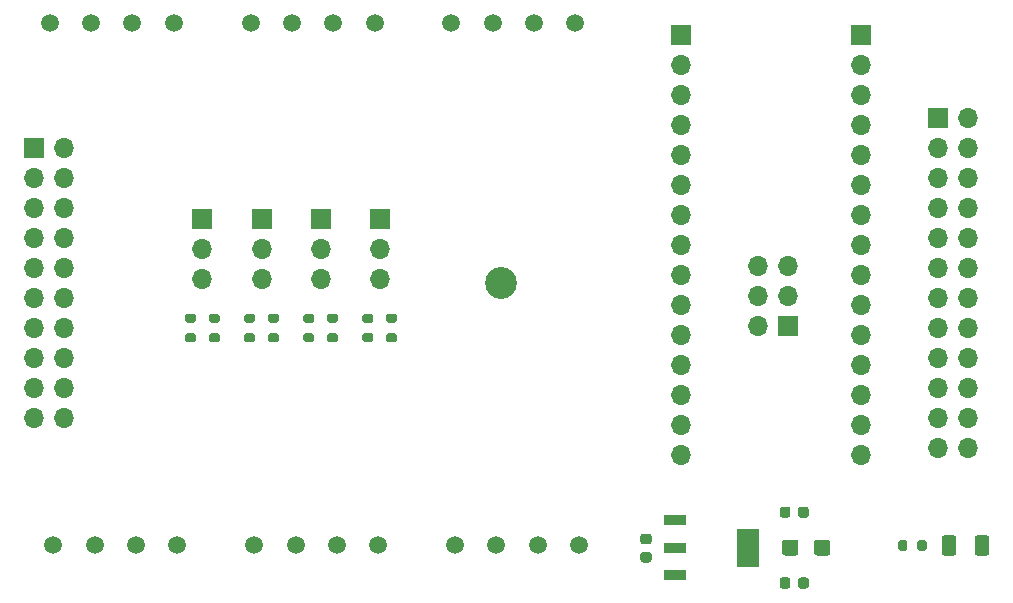
<source format=gbr>
%TF.GenerationSoftware,KiCad,Pcbnew,(5.1.10)-1*%
%TF.CreationDate,2022-02-02T21:42:12-05:00*%
%TF.ProjectId,RevA,52657641-2e6b-4696-9361-645f70636258,rev?*%
%TF.SameCoordinates,Original*%
%TF.FileFunction,Soldermask,Top*%
%TF.FilePolarity,Negative*%
%FSLAX46Y46*%
G04 Gerber Fmt 4.6, Leading zero omitted, Abs format (unit mm)*
G04 Created by KiCad (PCBNEW (5.1.10)-1) date 2022-02-02 21:42:12*
%MOMM*%
%LPD*%
G01*
G04 APERTURE LIST*
%ADD10R,1.700000X1.700000*%
%ADD11O,1.700000X1.700000*%
%ADD12C,2.700000*%
%ADD13R,1.840000X0.930000*%
%ADD14R,1.840000X3.190000*%
%ADD15C,1.498600*%
G04 APERTURE END LIST*
%TO.C,C1*%
G36*
G01*
X215048000Y-121655000D02*
X214548000Y-121655000D01*
G75*
G02*
X214323000Y-121430000I0J225000D01*
G01*
X214323000Y-120980000D01*
G75*
G02*
X214548000Y-120755000I225000J0D01*
G01*
X215048000Y-120755000D01*
G75*
G02*
X215273000Y-120980000I0J-225000D01*
G01*
X215273000Y-121430000D01*
G75*
G02*
X215048000Y-121655000I-225000J0D01*
G01*
G37*
G36*
G01*
X215048000Y-120105000D02*
X214548000Y-120105000D01*
G75*
G02*
X214323000Y-119880000I0J225000D01*
G01*
X214323000Y-119430000D01*
G75*
G02*
X214548000Y-119205000I225000J0D01*
G01*
X215048000Y-119205000D01*
G75*
G02*
X215273000Y-119430000I0J-225000D01*
G01*
X215273000Y-119880000D01*
G75*
G02*
X215048000Y-120105000I-225000J0D01*
G01*
G37*
%TD*%
%TO.C,C2*%
G36*
G01*
X227683000Y-123630000D02*
X227683000Y-123130000D01*
G75*
G02*
X227908000Y-122905000I225000J0D01*
G01*
X228358000Y-122905000D01*
G75*
G02*
X228583000Y-123130000I0J-225000D01*
G01*
X228583000Y-123630000D01*
G75*
G02*
X228358000Y-123855000I-225000J0D01*
G01*
X227908000Y-123855000D01*
G75*
G02*
X227683000Y-123630000I0J225000D01*
G01*
G37*
G36*
G01*
X226133000Y-123630000D02*
X226133000Y-123130000D01*
G75*
G02*
X226358000Y-122905000I225000J0D01*
G01*
X226808000Y-122905000D01*
G75*
G02*
X227033000Y-123130000I0J-225000D01*
G01*
X227033000Y-123630000D01*
G75*
G02*
X226808000Y-123855000I-225000J0D01*
G01*
X226358000Y-123855000D01*
G75*
G02*
X226133000Y-123630000I0J225000D01*
G01*
G37*
%TD*%
%TO.C,C3*%
G36*
G01*
X226133000Y-117630000D02*
X226133000Y-117130000D01*
G75*
G02*
X226358000Y-116905000I225000J0D01*
G01*
X226808000Y-116905000D01*
G75*
G02*
X227033000Y-117130000I0J-225000D01*
G01*
X227033000Y-117630000D01*
G75*
G02*
X226808000Y-117855000I-225000J0D01*
G01*
X226358000Y-117855000D01*
G75*
G02*
X226133000Y-117630000I0J225000D01*
G01*
G37*
G36*
G01*
X227683000Y-117630000D02*
X227683000Y-117130000D01*
G75*
G02*
X227908000Y-116905000I225000J0D01*
G01*
X228358000Y-116905000D01*
G75*
G02*
X228583000Y-117130000I0J-225000D01*
G01*
X228583000Y-117630000D01*
G75*
G02*
X228358000Y-117855000I-225000J0D01*
G01*
X227908000Y-117855000D01*
G75*
G02*
X227683000Y-117630000I0J225000D01*
G01*
G37*
%TD*%
%TO.C,C4*%
G36*
G01*
X229008000Y-120805001D02*
X229008000Y-119954999D01*
G75*
G02*
X229257999Y-119705000I249999J0D01*
G01*
X230158001Y-119705000D01*
G75*
G02*
X230408000Y-119954999I0J-249999D01*
G01*
X230408000Y-120805001D01*
G75*
G02*
X230158001Y-121055000I-249999J0D01*
G01*
X229257999Y-121055000D01*
G75*
G02*
X229008000Y-120805001I0J249999D01*
G01*
G37*
G36*
G01*
X226308000Y-120805001D02*
X226308000Y-119954999D01*
G75*
G02*
X226557999Y-119705000I249999J0D01*
G01*
X227458001Y-119705000D01*
G75*
G02*
X227708000Y-119954999I0J-249999D01*
G01*
X227708000Y-120805001D01*
G75*
G02*
X227458001Y-121055000I-249999J0D01*
G01*
X226557999Y-121055000D01*
G75*
G02*
X226308000Y-120805001I0J249999D01*
G01*
G37*
%TD*%
%TO.C,D1*%
G36*
G01*
X239833000Y-120823000D02*
X239833000Y-119573000D01*
G75*
G02*
X240083000Y-119323000I250000J0D01*
G01*
X240833000Y-119323000D01*
G75*
G02*
X241083000Y-119573000I0J-250000D01*
G01*
X241083000Y-120823000D01*
G75*
G02*
X240833000Y-121073000I-250000J0D01*
G01*
X240083000Y-121073000D01*
G75*
G02*
X239833000Y-120823000I0J250000D01*
G01*
G37*
G36*
G01*
X242633000Y-120823000D02*
X242633000Y-119573000D01*
G75*
G02*
X242883000Y-119323000I250000J0D01*
G01*
X243633000Y-119323000D01*
G75*
G02*
X243883000Y-119573000I0J-250000D01*
G01*
X243883000Y-120823000D01*
G75*
G02*
X243633000Y-121073000I-250000J0D01*
G01*
X242883000Y-121073000D01*
G75*
G02*
X242633000Y-120823000I0J250000D01*
G01*
G37*
%TD*%
D10*
%TO.C,J1*%
X163000000Y-86570000D03*
D11*
X165540000Y-86570000D03*
X163000000Y-89110000D03*
X165540000Y-89110000D03*
X163000000Y-91650000D03*
X165540000Y-91650000D03*
X163000000Y-94190000D03*
X165540000Y-94190000D03*
X163000000Y-96730000D03*
X165540000Y-96730000D03*
X163000000Y-99270000D03*
X165540000Y-99270000D03*
X163000000Y-101810000D03*
X165540000Y-101810000D03*
X163000000Y-104350000D03*
X165540000Y-104350000D03*
X163000000Y-106890000D03*
X165540000Y-106890000D03*
X163000000Y-109430000D03*
X165540000Y-109430000D03*
%TD*%
D10*
%TO.C,J2*%
X239500000Y-84030000D03*
D11*
X242040000Y-84030000D03*
X239500000Y-86570000D03*
X242040000Y-86570000D03*
X239500000Y-89110000D03*
X242040000Y-89110000D03*
X239500000Y-91650000D03*
X242040000Y-91650000D03*
X239500000Y-94190000D03*
X242040000Y-94190000D03*
X239500000Y-96730000D03*
X242040000Y-96730000D03*
X239500000Y-99270000D03*
X242040000Y-99270000D03*
X239500000Y-101810000D03*
X242040000Y-101810000D03*
X239500000Y-104350000D03*
X242040000Y-104350000D03*
X239500000Y-106890000D03*
X242040000Y-106890000D03*
X239500000Y-109430000D03*
X242040000Y-109430000D03*
X239500000Y-111970000D03*
X242040000Y-111970000D03*
%TD*%
%TO.C,J4*%
X177250000Y-97620000D03*
X177250000Y-95080000D03*
D10*
X177250000Y-92540000D03*
%TD*%
D11*
%TO.C,J6*%
X182250000Y-97620000D03*
X182250000Y-95080000D03*
D10*
X182250000Y-92540000D03*
%TD*%
D11*
%TO.C,J8*%
X187250000Y-97620000D03*
X187250000Y-95080000D03*
D10*
X187250000Y-92540000D03*
%TD*%
D11*
%TO.C,J10*%
X192250000Y-97620000D03*
X192250000Y-95080000D03*
D10*
X192250000Y-92540000D03*
%TD*%
%TO.C,J11*%
X217760000Y-77000000D03*
D11*
X217760000Y-79540000D03*
X217760000Y-82080000D03*
X217760000Y-84620000D03*
X217760000Y-87160000D03*
X217760000Y-89700000D03*
X217760000Y-92240000D03*
X217760000Y-94780000D03*
X217760000Y-97320000D03*
X217760000Y-99860000D03*
X217760000Y-102400000D03*
X217760000Y-104940000D03*
X217760000Y-107480000D03*
X217760000Y-110020000D03*
X217760000Y-112560000D03*
%TD*%
%TO.C,J12*%
X233000000Y-112560000D03*
X233000000Y-110020000D03*
X233000000Y-107480000D03*
X233000000Y-104940000D03*
X233000000Y-102400000D03*
X233000000Y-99860000D03*
X233000000Y-97320000D03*
X233000000Y-94780000D03*
X233000000Y-92240000D03*
X233000000Y-89700000D03*
X233000000Y-87160000D03*
X233000000Y-84620000D03*
X233000000Y-82080000D03*
X233000000Y-79540000D03*
D10*
X233000000Y-77000000D03*
%TD*%
%TO.C,J13*%
X226822000Y-101600000D03*
D11*
X224282000Y-101600000D03*
X226822000Y-99060000D03*
X224282000Y-99060000D03*
X226822000Y-96520000D03*
X224282000Y-96520000D03*
%TD*%
D12*
%TO.C,M2.5*%
X202500000Y-98000000D03*
%TD*%
%TO.C,R1*%
G36*
G01*
X175975000Y-102215000D02*
X176525000Y-102215000D01*
G75*
G02*
X176725000Y-102415000I0J-200000D01*
G01*
X176725000Y-102815000D01*
G75*
G02*
X176525000Y-103015000I-200000J0D01*
G01*
X175975000Y-103015000D01*
G75*
G02*
X175775000Y-102815000I0J200000D01*
G01*
X175775000Y-102415000D01*
G75*
G02*
X175975000Y-102215000I200000J0D01*
G01*
G37*
G36*
G01*
X175975000Y-100565000D02*
X176525000Y-100565000D01*
G75*
G02*
X176725000Y-100765000I0J-200000D01*
G01*
X176725000Y-101165000D01*
G75*
G02*
X176525000Y-101365000I-200000J0D01*
G01*
X175975000Y-101365000D01*
G75*
G02*
X175775000Y-101165000I0J200000D01*
G01*
X175775000Y-100765000D01*
G75*
G02*
X175975000Y-100565000I200000J0D01*
G01*
G37*
%TD*%
%TO.C,R2*%
G36*
G01*
X177975000Y-102215000D02*
X178525000Y-102215000D01*
G75*
G02*
X178725000Y-102415000I0J-200000D01*
G01*
X178725000Y-102815000D01*
G75*
G02*
X178525000Y-103015000I-200000J0D01*
G01*
X177975000Y-103015000D01*
G75*
G02*
X177775000Y-102815000I0J200000D01*
G01*
X177775000Y-102415000D01*
G75*
G02*
X177975000Y-102215000I200000J0D01*
G01*
G37*
G36*
G01*
X177975000Y-100565000D02*
X178525000Y-100565000D01*
G75*
G02*
X178725000Y-100765000I0J-200000D01*
G01*
X178725000Y-101165000D01*
G75*
G02*
X178525000Y-101365000I-200000J0D01*
G01*
X177975000Y-101365000D01*
G75*
G02*
X177775000Y-101165000I0J200000D01*
G01*
X177775000Y-100765000D01*
G75*
G02*
X177975000Y-100565000I200000J0D01*
G01*
G37*
%TD*%
%TO.C,R3*%
G36*
G01*
X180975000Y-100565000D02*
X181525000Y-100565000D01*
G75*
G02*
X181725000Y-100765000I0J-200000D01*
G01*
X181725000Y-101165000D01*
G75*
G02*
X181525000Y-101365000I-200000J0D01*
G01*
X180975000Y-101365000D01*
G75*
G02*
X180775000Y-101165000I0J200000D01*
G01*
X180775000Y-100765000D01*
G75*
G02*
X180975000Y-100565000I200000J0D01*
G01*
G37*
G36*
G01*
X180975000Y-102215000D02*
X181525000Y-102215000D01*
G75*
G02*
X181725000Y-102415000I0J-200000D01*
G01*
X181725000Y-102815000D01*
G75*
G02*
X181525000Y-103015000I-200000J0D01*
G01*
X180975000Y-103015000D01*
G75*
G02*
X180775000Y-102815000I0J200000D01*
G01*
X180775000Y-102415000D01*
G75*
G02*
X180975000Y-102215000I200000J0D01*
G01*
G37*
%TD*%
%TO.C,R4*%
G36*
G01*
X182975000Y-102215000D02*
X183525000Y-102215000D01*
G75*
G02*
X183725000Y-102415000I0J-200000D01*
G01*
X183725000Y-102815000D01*
G75*
G02*
X183525000Y-103015000I-200000J0D01*
G01*
X182975000Y-103015000D01*
G75*
G02*
X182775000Y-102815000I0J200000D01*
G01*
X182775000Y-102415000D01*
G75*
G02*
X182975000Y-102215000I200000J0D01*
G01*
G37*
G36*
G01*
X182975000Y-100565000D02*
X183525000Y-100565000D01*
G75*
G02*
X183725000Y-100765000I0J-200000D01*
G01*
X183725000Y-101165000D01*
G75*
G02*
X183525000Y-101365000I-200000J0D01*
G01*
X182975000Y-101365000D01*
G75*
G02*
X182775000Y-101165000I0J200000D01*
G01*
X182775000Y-100765000D01*
G75*
G02*
X182975000Y-100565000I200000J0D01*
G01*
G37*
%TD*%
%TO.C,R5*%
G36*
G01*
X185975000Y-100565000D02*
X186525000Y-100565000D01*
G75*
G02*
X186725000Y-100765000I0J-200000D01*
G01*
X186725000Y-101165000D01*
G75*
G02*
X186525000Y-101365000I-200000J0D01*
G01*
X185975000Y-101365000D01*
G75*
G02*
X185775000Y-101165000I0J200000D01*
G01*
X185775000Y-100765000D01*
G75*
G02*
X185975000Y-100565000I200000J0D01*
G01*
G37*
G36*
G01*
X185975000Y-102215000D02*
X186525000Y-102215000D01*
G75*
G02*
X186725000Y-102415000I0J-200000D01*
G01*
X186725000Y-102815000D01*
G75*
G02*
X186525000Y-103015000I-200000J0D01*
G01*
X185975000Y-103015000D01*
G75*
G02*
X185775000Y-102815000I0J200000D01*
G01*
X185775000Y-102415000D01*
G75*
G02*
X185975000Y-102215000I200000J0D01*
G01*
G37*
%TD*%
%TO.C,R6*%
G36*
G01*
X187975000Y-102215000D02*
X188525000Y-102215000D01*
G75*
G02*
X188725000Y-102415000I0J-200000D01*
G01*
X188725000Y-102815000D01*
G75*
G02*
X188525000Y-103015000I-200000J0D01*
G01*
X187975000Y-103015000D01*
G75*
G02*
X187775000Y-102815000I0J200000D01*
G01*
X187775000Y-102415000D01*
G75*
G02*
X187975000Y-102215000I200000J0D01*
G01*
G37*
G36*
G01*
X187975000Y-100565000D02*
X188525000Y-100565000D01*
G75*
G02*
X188725000Y-100765000I0J-200000D01*
G01*
X188725000Y-101165000D01*
G75*
G02*
X188525000Y-101365000I-200000J0D01*
G01*
X187975000Y-101365000D01*
G75*
G02*
X187775000Y-101165000I0J200000D01*
G01*
X187775000Y-100765000D01*
G75*
G02*
X187975000Y-100565000I200000J0D01*
G01*
G37*
%TD*%
%TO.C,R7*%
G36*
G01*
X190975000Y-100565000D02*
X191525000Y-100565000D01*
G75*
G02*
X191725000Y-100765000I0J-200000D01*
G01*
X191725000Y-101165000D01*
G75*
G02*
X191525000Y-101365000I-200000J0D01*
G01*
X190975000Y-101365000D01*
G75*
G02*
X190775000Y-101165000I0J200000D01*
G01*
X190775000Y-100765000D01*
G75*
G02*
X190975000Y-100565000I200000J0D01*
G01*
G37*
G36*
G01*
X190975000Y-102215000D02*
X191525000Y-102215000D01*
G75*
G02*
X191725000Y-102415000I0J-200000D01*
G01*
X191725000Y-102815000D01*
G75*
G02*
X191525000Y-103015000I-200000J0D01*
G01*
X190975000Y-103015000D01*
G75*
G02*
X190775000Y-102815000I0J200000D01*
G01*
X190775000Y-102415000D01*
G75*
G02*
X190975000Y-102215000I200000J0D01*
G01*
G37*
%TD*%
%TO.C,R8*%
G36*
G01*
X192975000Y-102215000D02*
X193525000Y-102215000D01*
G75*
G02*
X193725000Y-102415000I0J-200000D01*
G01*
X193725000Y-102815000D01*
G75*
G02*
X193525000Y-103015000I-200000J0D01*
G01*
X192975000Y-103015000D01*
G75*
G02*
X192775000Y-102815000I0J200000D01*
G01*
X192775000Y-102415000D01*
G75*
G02*
X192975000Y-102215000I200000J0D01*
G01*
G37*
G36*
G01*
X192975000Y-100565000D02*
X193525000Y-100565000D01*
G75*
G02*
X193725000Y-100765000I0J-200000D01*
G01*
X193725000Y-101165000D01*
G75*
G02*
X193525000Y-101365000I-200000J0D01*
G01*
X192975000Y-101365000D01*
G75*
G02*
X192775000Y-101165000I0J200000D01*
G01*
X192775000Y-100765000D01*
G75*
G02*
X192975000Y-100565000I200000J0D01*
G01*
G37*
%TD*%
%TO.C,R9*%
G36*
G01*
X236133000Y-120473000D02*
X236133000Y-119923000D01*
G75*
G02*
X236333000Y-119723000I200000J0D01*
G01*
X236733000Y-119723000D01*
G75*
G02*
X236933000Y-119923000I0J-200000D01*
G01*
X236933000Y-120473000D01*
G75*
G02*
X236733000Y-120673000I-200000J0D01*
G01*
X236333000Y-120673000D01*
G75*
G02*
X236133000Y-120473000I0J200000D01*
G01*
G37*
G36*
G01*
X237783000Y-120473000D02*
X237783000Y-119923000D01*
G75*
G02*
X237983000Y-119723000I200000J0D01*
G01*
X238383000Y-119723000D01*
G75*
G02*
X238583000Y-119923000I0J-200000D01*
G01*
X238583000Y-120473000D01*
G75*
G02*
X238383000Y-120673000I-200000J0D01*
G01*
X237983000Y-120673000D01*
G75*
G02*
X237783000Y-120473000I0J200000D01*
G01*
G37*
%TD*%
D13*
%TO.C,VR1*%
X217273000Y-118080000D03*
X217273000Y-120380000D03*
X217273000Y-122680000D03*
D14*
X223443000Y-120380000D03*
%TD*%
D15*
%TO.C,J3*%
X181323998Y-75946000D03*
X184823999Y-75946000D03*
X188323999Y-75946000D03*
X191824000Y-75946000D03*
%TD*%
%TO.C,J5*%
X174824000Y-75946000D03*
X171323999Y-75946000D03*
X167823999Y-75946000D03*
X164323998Y-75946000D03*
%TD*%
%TO.C,J7*%
X198323998Y-75946000D03*
X201823999Y-75946000D03*
X205323999Y-75946000D03*
X208824000Y-75946000D03*
%TD*%
%TO.C,J9*%
X164628000Y-120142000D03*
X168128001Y-120142000D03*
X171628001Y-120142000D03*
X175128002Y-120142000D03*
%TD*%
%TO.C,J14*%
X198628000Y-120142000D03*
X202128001Y-120142000D03*
X205628001Y-120142000D03*
X209128002Y-120142000D03*
%TD*%
%TO.C,J16*%
X181628000Y-120142000D03*
X185128001Y-120142000D03*
X188628001Y-120142000D03*
X192128002Y-120142000D03*
%TD*%
M02*

</source>
